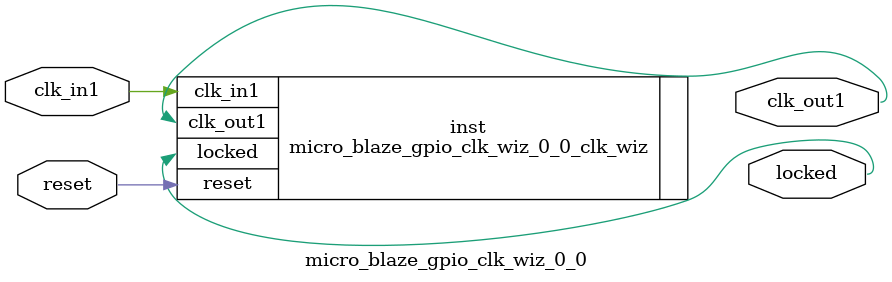
<source format=v>


`timescale 1ps/1ps

(* CORE_GENERATION_INFO = "micro_blaze_gpio_clk_wiz_0_0,clk_wiz_v6_0_4_0_0,{component_name=micro_blaze_gpio_clk_wiz_0_0,use_phase_alignment=true,use_min_o_jitter=false,use_max_i_jitter=false,use_dyn_phase_shift=false,use_inclk_switchover=false,use_dyn_reconfig=false,enable_axi=0,feedback_source=FDBK_AUTO,PRIMITIVE=MMCM,num_out_clk=1,clkin1_period=10.000,clkin2_period=10.000,use_power_down=false,use_reset=true,use_locked=true,use_inclk_stopped=false,feedback_type=SINGLE,CLOCK_MGR_TYPE=NA,manual_override=false}" *)

module micro_blaze_gpio_clk_wiz_0_0 
 (
  // Clock out ports
  output        clk_out1,
  // Status and control signals
  input         reset,
  output        locked,
 // Clock in ports
  input         clk_in1
 );

  micro_blaze_gpio_clk_wiz_0_0_clk_wiz inst
  (
  // Clock out ports  
  .clk_out1(clk_out1),
  // Status and control signals               
  .reset(reset), 
  .locked(locked),
 // Clock in ports
  .clk_in1(clk_in1)
  );

endmodule

</source>
